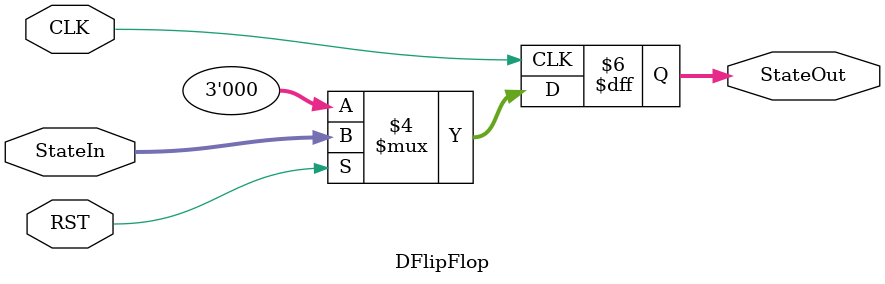
<source format=v>
`timescale 1ns / 1ps
`include "head.v"

module DFlipFlop(
    input [2:0] StateIn,                // ??????
    input CLK,                          // ??????
    input RST,                          // ???????
    output reg [2:0] StateOut           // ?????
    );
    
    always@(posedge CLK) begin
        if(!RST) StateOut <= 3'b000;
        else StateOut <= StateIn;
    end

endmodule
</source>
